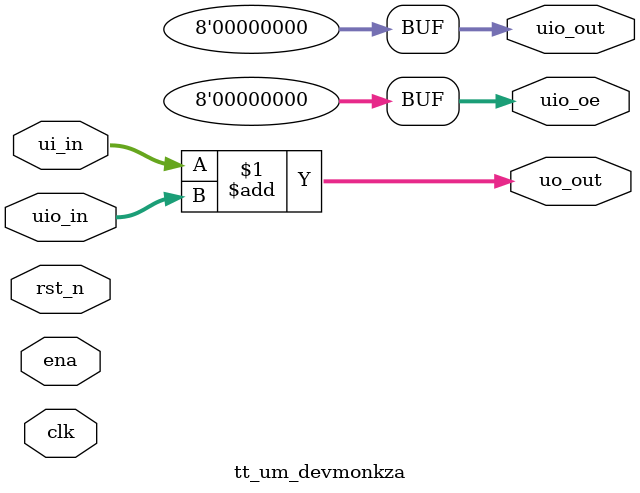
<source format=v>
/*
 * Copyright (c) 2024 Your Name
 * SPDX-License-Identifier: Apache-2.0
 */

`default_nettype none

module tt_um_devmonkza (
    input  wire [7:0] ui_in,    // Dedicated inputs
    output wire [7:0] uo_out,   // Dedicated outputs
    input  wire [7:0] uio_in,   // IOs: Input path
    output wire [7:0] uio_out,  // IOs: Output path
    output wire [7:0] uio_oe,   // IOs: Enable path (active high: 0=input, 1=output)
    input  wire       ena,      // always 1 when the design is powered, so you can ignore it
    input  wire       clk,      // clock
    input  wire       rst_n     // reset_n - low to reset
);

  // All output pins must be assigned. If not used, assign to 0.
  assign uo_out  = ui_in + uio_in;  // Example: ou_out is the sum of ui_in and uio_in
  assign uio_out = 0;
  assign uio_oe  = 0;

endmodule

</source>
